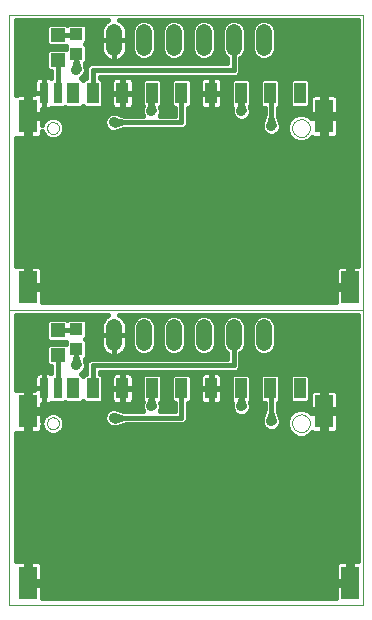
<source format=gtl>
G75*
G70*
%OFA0B0*%
%FSLAX24Y24*%
%IPPOS*%
%LPD*%
%AMOC8*
5,1,8,0,0,1.08239X$1,22.5*
%
%ADD10C,0.0000*%
%ADD11R,0.0591X0.1102*%
%ADD12R,0.0276X0.0709*%
%ADD13R,0.0394X0.0709*%
%ADD14C,0.0520*%
%ADD15R,0.0472X0.0472*%
%ADD16R,0.0433X0.0394*%
%ADD17C,0.0160*%
%ADD18C,0.0356*%
%ADD19C,0.0240*%
D10*
X000100Y007391D02*
X000100Y017233D01*
X000100Y027076D01*
X011911Y027076D01*
X011911Y017233D01*
X000100Y017233D01*
X011911Y017233D01*
X011911Y007391D01*
X000100Y007391D01*
X001375Y013456D02*
X001377Y013483D01*
X001383Y013510D01*
X001392Y013536D01*
X001405Y013560D01*
X001421Y013583D01*
X001440Y013602D01*
X001462Y013619D01*
X001486Y013633D01*
X001511Y013643D01*
X001538Y013650D01*
X001565Y013653D01*
X001593Y013652D01*
X001620Y013647D01*
X001646Y013639D01*
X001670Y013627D01*
X001693Y013611D01*
X001714Y013593D01*
X001731Y013572D01*
X001746Y013548D01*
X001757Y013523D01*
X001765Y013497D01*
X001769Y013470D01*
X001769Y013442D01*
X001765Y013415D01*
X001757Y013389D01*
X001746Y013364D01*
X001731Y013340D01*
X001714Y013319D01*
X001693Y013301D01*
X001671Y013285D01*
X001646Y013273D01*
X001620Y013265D01*
X001593Y013260D01*
X001565Y013259D01*
X001538Y013262D01*
X001511Y013269D01*
X001486Y013279D01*
X001462Y013293D01*
X001440Y013310D01*
X001421Y013329D01*
X001405Y013352D01*
X001392Y013376D01*
X001383Y013402D01*
X001377Y013429D01*
X001375Y013456D01*
X001375Y023298D02*
X001377Y023325D01*
X001383Y023352D01*
X001392Y023378D01*
X001405Y023402D01*
X001421Y023425D01*
X001440Y023444D01*
X001462Y023461D01*
X001486Y023475D01*
X001511Y023485D01*
X001538Y023492D01*
X001565Y023495D01*
X001593Y023494D01*
X001620Y023489D01*
X001646Y023481D01*
X001670Y023469D01*
X001693Y023453D01*
X001714Y023435D01*
X001731Y023414D01*
X001746Y023390D01*
X001757Y023365D01*
X001765Y023339D01*
X001769Y023312D01*
X001769Y023284D01*
X001765Y023257D01*
X001757Y023231D01*
X001746Y023206D01*
X001731Y023182D01*
X001714Y023161D01*
X001693Y023143D01*
X001671Y023127D01*
X001646Y023115D01*
X001620Y023107D01*
X001593Y023102D01*
X001565Y023101D01*
X001538Y023104D01*
X001511Y023111D01*
X001486Y023121D01*
X001462Y023135D01*
X001440Y023152D01*
X001421Y023171D01*
X001405Y023194D01*
X001392Y023218D01*
X001383Y023244D01*
X001377Y023271D01*
X001375Y023298D01*
X009545Y023298D02*
X009547Y023332D01*
X009553Y023366D01*
X009563Y023399D01*
X009576Y023430D01*
X009594Y023460D01*
X009614Y023488D01*
X009638Y023513D01*
X009664Y023535D01*
X009692Y023553D01*
X009723Y023569D01*
X009755Y023581D01*
X009789Y023589D01*
X009823Y023593D01*
X009857Y023593D01*
X009891Y023589D01*
X009925Y023581D01*
X009957Y023569D01*
X009987Y023553D01*
X010016Y023535D01*
X010042Y023513D01*
X010066Y023488D01*
X010086Y023460D01*
X010104Y023430D01*
X010117Y023399D01*
X010127Y023366D01*
X010133Y023332D01*
X010135Y023298D01*
X010133Y023264D01*
X010127Y023230D01*
X010117Y023197D01*
X010104Y023166D01*
X010086Y023136D01*
X010066Y023108D01*
X010042Y023083D01*
X010016Y023061D01*
X009988Y023043D01*
X009957Y023027D01*
X009925Y023015D01*
X009891Y023007D01*
X009857Y023003D01*
X009823Y023003D01*
X009789Y023007D01*
X009755Y023015D01*
X009723Y023027D01*
X009692Y023043D01*
X009664Y023061D01*
X009638Y023083D01*
X009614Y023108D01*
X009594Y023136D01*
X009576Y023166D01*
X009563Y023197D01*
X009553Y023230D01*
X009547Y023264D01*
X009545Y023298D01*
X009545Y013456D02*
X009547Y013490D01*
X009553Y013524D01*
X009563Y013557D01*
X009576Y013588D01*
X009594Y013618D01*
X009614Y013646D01*
X009638Y013671D01*
X009664Y013693D01*
X009692Y013711D01*
X009723Y013727D01*
X009755Y013739D01*
X009789Y013747D01*
X009823Y013751D01*
X009857Y013751D01*
X009891Y013747D01*
X009925Y013739D01*
X009957Y013727D01*
X009987Y013711D01*
X010016Y013693D01*
X010042Y013671D01*
X010066Y013646D01*
X010086Y013618D01*
X010104Y013588D01*
X010117Y013557D01*
X010127Y013524D01*
X010133Y013490D01*
X010135Y013456D01*
X010133Y013422D01*
X010127Y013388D01*
X010117Y013355D01*
X010104Y013324D01*
X010086Y013294D01*
X010066Y013266D01*
X010042Y013241D01*
X010016Y013219D01*
X009988Y013201D01*
X009957Y013185D01*
X009925Y013173D01*
X009891Y013165D01*
X009857Y013161D01*
X009823Y013161D01*
X009789Y013165D01*
X009755Y013173D01*
X009723Y013185D01*
X009692Y013201D01*
X009664Y013219D01*
X009638Y013241D01*
X009614Y013266D01*
X009594Y013294D01*
X009576Y013324D01*
X009563Y013355D01*
X009553Y013388D01*
X009547Y013422D01*
X009545Y013456D01*
D11*
X010608Y013849D03*
X011474Y017983D03*
X010608Y023692D03*
X011474Y008141D03*
X000726Y008141D03*
X000726Y013849D03*
X000726Y017983D03*
X000726Y023692D03*
D12*
X001269Y024460D03*
X001742Y024460D03*
X001742Y014617D03*
X001269Y014617D03*
D13*
X002254Y014617D03*
X002903Y014617D03*
X003887Y014617D03*
X004872Y014617D03*
X005852Y014617D03*
X006840Y014617D03*
X007824Y014617D03*
X008809Y014617D03*
X009793Y014617D03*
X009793Y024460D03*
X008809Y024460D03*
X007824Y024460D03*
X006840Y024460D03*
X005852Y024460D03*
X004872Y024460D03*
X003887Y024460D03*
X002903Y024460D03*
X002254Y024460D03*
D14*
X003600Y025973D02*
X003600Y026493D01*
X004600Y026493D02*
X004600Y025973D01*
X005600Y025973D02*
X005600Y026493D01*
X006600Y026493D02*
X006600Y025973D01*
X007600Y025973D02*
X007600Y026493D01*
X008600Y026493D02*
X008600Y025973D01*
X008600Y016651D02*
X008600Y016131D01*
X007600Y016131D02*
X007600Y016651D01*
X006600Y016651D02*
X006600Y016131D01*
X005600Y016131D02*
X005600Y016651D01*
X004600Y016651D02*
X004600Y016131D01*
X003600Y016131D02*
X003600Y016651D01*
D15*
X001725Y016554D03*
X001725Y015727D03*
X001725Y025570D03*
X001725Y026397D03*
D16*
X002350Y026443D03*
X002350Y025774D03*
X002350Y016600D03*
X002350Y015931D03*
D17*
X002350Y015745D01*
X002444Y015418D01*
X002350Y015391D01*
X002256Y015418D01*
X002350Y015745D01*
X002350Y015391D01*
X002507Y015111D02*
X002530Y015121D01*
X002620Y015211D01*
X002668Y015327D01*
X002668Y015368D01*
X002681Y015391D01*
X002681Y015391D01*
X002672Y015422D01*
X002668Y015436D01*
X002668Y015454D01*
X002651Y015496D01*
X002622Y015594D01*
X002625Y015594D01*
X002707Y015676D01*
X002707Y016186D01*
X002627Y016266D01*
X002707Y016346D01*
X002707Y016855D01*
X002625Y016937D01*
X002075Y016937D01*
X002044Y016906D01*
X002019Y016930D01*
X001431Y016930D01*
X001349Y016848D01*
X001349Y016260D01*
X001431Y016178D01*
X001993Y016178D01*
X001993Y016104D01*
X001431Y016104D01*
X001349Y016022D01*
X001349Y015433D01*
X001431Y015351D01*
X001505Y015351D01*
X001505Y015123D01*
X001477Y015139D01*
X001431Y015151D01*
X001269Y015151D01*
X001108Y015151D01*
X001062Y015139D01*
X001021Y015115D01*
X000987Y015082D01*
X000964Y015041D01*
X000951Y014995D01*
X000951Y014617D01*
X000951Y014581D01*
X000794Y014581D01*
X000794Y013917D01*
X001201Y013917D01*
X001201Y014083D01*
X001269Y014083D01*
X001269Y014617D01*
X000951Y014617D01*
X001269Y014617D01*
X001269Y014617D01*
X001269Y014617D01*
X001269Y015151D01*
X001269Y014617D01*
X001269Y014617D01*
X001269Y014083D01*
X001431Y014083D01*
X001477Y014095D01*
X001518Y014119D01*
X001534Y014135D01*
X001546Y014123D01*
X001938Y014123D01*
X001968Y014153D01*
X001999Y014123D01*
X002508Y014123D01*
X002578Y014193D01*
X002648Y014123D01*
X003158Y014123D01*
X003240Y014205D01*
X003240Y015029D01*
X003158Y015111D01*
X003123Y015111D01*
X003123Y015171D01*
X007691Y015171D01*
X007820Y015300D01*
X007820Y015789D01*
X007827Y015792D01*
X007939Y015904D01*
X008000Y016051D01*
X008000Y016730D01*
X007939Y016877D01*
X007827Y016990D01*
X007680Y017051D01*
X007520Y017051D01*
X007373Y016990D01*
X007261Y016877D01*
X007200Y016730D01*
X007200Y016051D01*
X007261Y015904D01*
X007373Y015792D01*
X007380Y015789D01*
X007380Y015611D01*
X002812Y015611D01*
X002683Y015482D01*
X002683Y015111D01*
X002648Y015111D01*
X002578Y015041D01*
X002508Y015111D01*
X002507Y015111D01*
X002566Y015157D02*
X002683Y015157D01*
X002683Y015316D02*
X002663Y015316D01*
X002681Y015391D02*
X002681Y015391D01*
X002683Y015474D02*
X002660Y015474D01*
X002663Y015633D02*
X007380Y015633D01*
X007374Y015791D02*
X006826Y015791D01*
X006827Y015792D02*
X006939Y015904D01*
X007000Y016051D01*
X007000Y016730D01*
X006939Y016877D01*
X006827Y016990D01*
X006680Y017051D01*
X006520Y017051D01*
X006373Y016990D01*
X006261Y016877D01*
X006200Y016730D01*
X006200Y016051D01*
X006261Y015904D01*
X006373Y015792D01*
X006520Y015731D01*
X006680Y015731D01*
X006827Y015792D01*
X006958Y015950D02*
X007242Y015950D01*
X007200Y016108D02*
X007000Y016108D01*
X007000Y016267D02*
X007200Y016267D01*
X007200Y016425D02*
X007000Y016425D01*
X007000Y016584D02*
X007200Y016584D01*
X007205Y016742D02*
X006995Y016742D01*
X006916Y016901D02*
X007284Y016901D01*
X007600Y016391D02*
X007600Y015391D01*
X002903Y015391D01*
X002903Y014617D01*
X003240Y014682D02*
X003511Y014682D01*
X003511Y014636D02*
X003869Y014636D01*
X003869Y015151D01*
X003667Y015151D01*
X003621Y015139D01*
X003580Y015115D01*
X003547Y015082D01*
X003523Y015041D01*
X003511Y014995D01*
X003511Y014636D01*
X003511Y014599D02*
X003511Y014239D01*
X003523Y014193D01*
X003547Y014152D01*
X003580Y014119D01*
X003621Y014095D01*
X003667Y014083D01*
X003869Y014083D01*
X003869Y014599D01*
X003511Y014599D01*
X003511Y014523D02*
X003240Y014523D01*
X003240Y014365D02*
X003511Y014365D01*
X003519Y014206D02*
X003240Y014206D01*
X003420Y013910D02*
X003330Y013821D01*
X003282Y013704D01*
X003282Y013577D01*
X003330Y013461D01*
X003420Y013371D01*
X003537Y013323D01*
X003577Y013323D01*
X003601Y013310D01*
X003604Y013311D01*
X003645Y013323D01*
X003663Y013323D01*
X003705Y013340D01*
X003954Y013412D01*
X003981Y013404D01*
X004011Y013421D01*
X005941Y013421D01*
X006070Y013550D01*
X006070Y014123D01*
X006107Y014123D01*
X006189Y014205D01*
X006189Y015029D01*
X006107Y015111D01*
X005597Y015111D01*
X005515Y015029D01*
X005515Y014205D01*
X005597Y014123D01*
X005630Y014123D01*
X005630Y013861D01*
X005130Y013861D01*
X005168Y013952D01*
X005168Y013993D01*
X005181Y014016D01*
X005181Y014016D01*
X005168Y014061D01*
X005168Y014079D01*
X005151Y014121D01*
X005145Y014141D01*
X005209Y014205D01*
X005209Y015029D01*
X005126Y015111D01*
X004617Y015111D01*
X004535Y015029D01*
X004535Y014205D01*
X004565Y014175D01*
X004549Y014121D01*
X004532Y014079D01*
X004532Y014061D01*
X004520Y014020D01*
X004519Y014016D01*
X004532Y013993D01*
X004532Y013952D01*
X004570Y013861D01*
X004011Y013861D01*
X003981Y013877D01*
X003954Y013870D01*
X003705Y013941D01*
X003663Y013959D01*
X003645Y013959D01*
X003601Y013972D01*
X003601Y013972D01*
X003601Y013972D01*
X003577Y013959D01*
X003537Y013959D01*
X003420Y013910D01*
X003399Y013889D02*
X000794Y013889D01*
X000794Y013917D02*
X000794Y013782D01*
X001201Y013782D01*
X001201Y013544D01*
X001253Y013669D01*
X001359Y013775D01*
X001497Y013833D01*
X001647Y013833D01*
X001786Y013775D01*
X001892Y013669D01*
X001949Y013531D01*
X001949Y013381D01*
X001892Y013242D01*
X001786Y013136D01*
X001647Y013079D01*
X001497Y013079D01*
X001359Y013136D01*
X001253Y013242D01*
X001201Y013367D01*
X001201Y013275D01*
X001189Y013229D01*
X001165Y013188D01*
X001132Y013154D01*
X001091Y013130D01*
X001045Y013118D01*
X000794Y013118D01*
X000794Y013782D01*
X000658Y013782D01*
X000658Y013118D01*
X000407Y013118D01*
X000361Y013130D01*
X000350Y013137D01*
X000350Y008853D01*
X000361Y008860D01*
X000407Y008872D01*
X000658Y008872D01*
X000658Y008208D01*
X000794Y008208D01*
X001201Y008208D01*
X001201Y008716D01*
X001189Y008761D01*
X001165Y008802D01*
X001132Y008836D01*
X001091Y008860D01*
X001045Y008872D01*
X000794Y008872D01*
X000794Y008208D01*
X000794Y008073D01*
X001201Y008073D01*
X001201Y007641D01*
X010999Y007641D01*
X010999Y008073D01*
X011406Y008073D01*
X011406Y008208D01*
X010999Y008208D01*
X010999Y008716D01*
X011011Y008761D01*
X011035Y008802D01*
X011068Y008836D01*
X011109Y008860D01*
X011155Y008872D01*
X011406Y008872D01*
X011406Y008208D01*
X011542Y008208D01*
X011542Y008872D01*
X011731Y008872D01*
X011731Y017053D01*
X003779Y017053D01*
X003831Y017027D01*
X003887Y016986D01*
X003936Y016937D01*
X003976Y016881D01*
X004008Y016820D01*
X004029Y016754D01*
X004040Y016685D01*
X004040Y016391D01*
X003600Y016391D01*
X003600Y016391D01*
X003160Y016391D01*
X003160Y016685D01*
X003171Y016754D01*
X003192Y016820D01*
X003224Y016881D01*
X003264Y016937D01*
X003313Y016986D01*
X003369Y017027D01*
X003421Y017053D01*
X000350Y017053D01*
X000350Y014562D01*
X000361Y014568D01*
X000407Y014581D01*
X000658Y014581D01*
X000658Y013917D01*
X000794Y013917D01*
X000794Y014048D02*
X000658Y014048D01*
X000658Y014206D02*
X000794Y014206D01*
X000794Y014365D02*
X000658Y014365D01*
X000658Y014523D02*
X000794Y014523D01*
X000951Y014682D02*
X000350Y014682D01*
X000350Y014840D02*
X000951Y014840D01*
X000952Y014999D02*
X000350Y014999D01*
X000350Y015157D02*
X001505Y015157D01*
X001505Y015316D02*
X000350Y015316D01*
X000350Y015474D02*
X001349Y015474D01*
X001349Y015633D02*
X000350Y015633D01*
X000350Y015791D02*
X001349Y015791D01*
X001349Y015950D02*
X000350Y015950D01*
X000350Y016108D02*
X001993Y016108D01*
X001725Y015727D02*
X001725Y014617D01*
X001742Y014617D01*
X001830Y013731D02*
X003293Y013731D01*
X003284Y013572D02*
X001932Y013572D01*
X001949Y013414D02*
X003377Y013414D01*
X003627Y013546D02*
X003600Y013641D01*
X003627Y013735D01*
X003954Y013641D01*
X003627Y013546D01*
X003600Y013641D02*
X003954Y013641D01*
X005850Y013641D01*
X005850Y014617D01*
X005852Y014617D01*
X006070Y014048D02*
X007528Y014048D01*
X007532Y014061D02*
X007520Y014020D01*
X007519Y014016D01*
X007532Y013993D01*
X007532Y013952D01*
X007580Y013836D01*
X007670Y013746D01*
X007787Y013698D01*
X007913Y013698D01*
X008030Y013746D01*
X008120Y013836D01*
X008168Y013952D01*
X008168Y013993D01*
X008181Y014016D01*
X008181Y014016D01*
X008168Y014061D01*
X008168Y014079D01*
X008151Y014121D01*
X008134Y014178D01*
X008161Y014205D01*
X008161Y015029D01*
X008079Y015111D01*
X007570Y015111D01*
X007488Y015029D01*
X007488Y014205D01*
X007554Y014138D01*
X007549Y014121D01*
X007532Y014079D01*
X007532Y014061D01*
X007488Y014206D02*
X007208Y014206D01*
X007205Y014193D02*
X007217Y014239D01*
X007217Y014599D01*
X006859Y014599D01*
X006859Y014636D01*
X006822Y014636D01*
X006822Y015151D01*
X006620Y015151D01*
X006574Y015139D01*
X006533Y015115D01*
X006499Y015082D01*
X006476Y015041D01*
X006463Y014995D01*
X006463Y014636D01*
X006822Y014636D01*
X006822Y014599D01*
X006463Y014599D01*
X006463Y014239D01*
X006476Y014193D01*
X006499Y014152D01*
X006533Y014119D01*
X006574Y014095D01*
X006620Y014083D01*
X006822Y014083D01*
X006822Y014599D01*
X006859Y014599D01*
X006859Y014083D01*
X007061Y014083D01*
X007106Y014095D01*
X007148Y014119D01*
X007181Y014152D01*
X007205Y014193D01*
X007217Y014365D02*
X007488Y014365D01*
X007488Y014523D02*
X007217Y014523D01*
X007217Y014636D02*
X007217Y014995D01*
X007205Y015041D01*
X007181Y015082D01*
X007148Y015115D01*
X007106Y015139D01*
X007061Y015151D01*
X006859Y015151D01*
X006859Y014636D01*
X007217Y014636D01*
X007217Y014682D02*
X007488Y014682D01*
X007488Y014840D02*
X007217Y014840D01*
X007216Y014999D02*
X007488Y014999D01*
X007820Y015316D02*
X011731Y015316D01*
X011731Y015474D02*
X007820Y015474D01*
X007820Y015633D02*
X011731Y015633D01*
X011731Y015791D02*
X008826Y015791D01*
X008827Y015792D02*
X008939Y015904D01*
X009000Y016051D01*
X009000Y016730D01*
X008939Y016877D01*
X008827Y016990D01*
X008680Y017051D01*
X008520Y017051D01*
X008373Y016990D01*
X008261Y016877D01*
X008200Y016730D01*
X008200Y016051D01*
X008261Y015904D01*
X008373Y015792D01*
X008520Y015731D01*
X008680Y015731D01*
X008827Y015792D01*
X008958Y015950D02*
X011731Y015950D01*
X011731Y016108D02*
X009000Y016108D01*
X009000Y016267D02*
X011731Y016267D01*
X011731Y016425D02*
X009000Y016425D01*
X009000Y016584D02*
X011731Y016584D01*
X011731Y016742D02*
X008995Y016742D01*
X008916Y016901D02*
X011731Y016901D01*
X011406Y017916D02*
X010999Y017916D01*
X010999Y017483D01*
X001201Y017483D01*
X001201Y017916D01*
X000794Y017916D01*
X000794Y018051D01*
X001201Y018051D01*
X001201Y018558D01*
X001189Y018604D01*
X001165Y018645D01*
X001132Y018678D01*
X001091Y018702D01*
X001045Y018714D01*
X000794Y018714D01*
X000794Y018051D01*
X000658Y018051D01*
X000658Y018714D01*
X000407Y018714D01*
X000361Y018702D01*
X000350Y018696D01*
X000350Y022979D01*
X000361Y022973D01*
X000407Y022961D01*
X000658Y022961D01*
X000658Y023624D01*
X000794Y023624D01*
X000794Y023760D01*
X000658Y023760D01*
X000658Y024423D01*
X000407Y024423D01*
X000361Y024411D01*
X000350Y024404D01*
X000350Y026896D01*
X003421Y026896D01*
X003369Y026870D01*
X003313Y026829D01*
X003264Y026780D01*
X003224Y026724D01*
X003192Y026662D01*
X003171Y026596D01*
X003160Y026528D01*
X003160Y026233D01*
X003160Y025939D01*
X003171Y025870D01*
X003192Y025804D01*
X003224Y025743D01*
X003264Y025687D01*
X003313Y025638D01*
X003369Y025597D01*
X003431Y025566D01*
X003497Y025544D01*
X003565Y025533D01*
X003600Y025533D01*
X003635Y025533D01*
X003703Y025544D01*
X003769Y025566D01*
X003831Y025597D01*
X003887Y025638D01*
X003936Y025687D01*
X003976Y025743D01*
X004008Y025804D01*
X004029Y025870D01*
X004040Y025939D01*
X004040Y026233D01*
X003600Y026233D01*
X003600Y025533D01*
X003600Y026233D01*
X003600Y026233D01*
X003160Y026233D01*
X003600Y026233D01*
X003600Y026233D01*
X003600Y026233D01*
X004040Y026233D01*
X004040Y026528D01*
X004029Y026596D01*
X004008Y026662D01*
X003976Y026724D01*
X003936Y026780D01*
X003887Y026829D01*
X003831Y026870D01*
X003779Y026896D01*
X011731Y026896D01*
X011731Y018714D01*
X011542Y018714D01*
X011542Y018051D01*
X011406Y018051D01*
X011406Y017916D01*
X011406Y018010D02*
X000794Y018010D01*
X000794Y018169D02*
X000658Y018169D01*
X000658Y018327D02*
X000794Y018327D01*
X000794Y018486D02*
X000658Y018486D01*
X000658Y018644D02*
X000794Y018644D01*
X001166Y018644D02*
X011034Y018644D01*
X011035Y018645D02*
X011011Y018604D01*
X010999Y018558D01*
X010999Y018051D01*
X011406Y018051D01*
X011406Y018714D01*
X011155Y018714D01*
X011109Y018702D01*
X011068Y018678D01*
X011035Y018645D01*
X010999Y018486D02*
X001201Y018486D01*
X001201Y018327D02*
X010999Y018327D01*
X010999Y018169D02*
X001201Y018169D01*
X001201Y017852D02*
X010999Y017852D01*
X010999Y017693D02*
X001201Y017693D01*
X001201Y017535D02*
X010999Y017535D01*
X011406Y018169D02*
X011542Y018169D01*
X011542Y018327D02*
X011406Y018327D01*
X011406Y018486D02*
X011542Y018486D01*
X011542Y018644D02*
X011406Y018644D01*
X011731Y018803D02*
X000350Y018803D01*
X000350Y018961D02*
X011731Y018961D01*
X011731Y019120D02*
X000350Y019120D01*
X000350Y019278D02*
X011731Y019278D01*
X011731Y019437D02*
X000350Y019437D01*
X000350Y019595D02*
X011731Y019595D01*
X011731Y019754D02*
X000350Y019754D01*
X000350Y019912D02*
X011731Y019912D01*
X011731Y020071D02*
X000350Y020071D01*
X000350Y020229D02*
X011731Y020229D01*
X011731Y020388D02*
X000350Y020388D01*
X000350Y020546D02*
X011731Y020546D01*
X011731Y020705D02*
X000350Y020705D01*
X000350Y020863D02*
X011731Y020863D01*
X011731Y021022D02*
X000350Y021022D01*
X000350Y021180D02*
X011731Y021180D01*
X011731Y021339D02*
X000350Y021339D01*
X000350Y021497D02*
X011731Y021497D01*
X011731Y021656D02*
X000350Y021656D01*
X000350Y021814D02*
X011731Y021814D01*
X011731Y021973D02*
X000350Y021973D01*
X000350Y022131D02*
X011731Y022131D01*
X011731Y022290D02*
X000350Y022290D01*
X000350Y022448D02*
X011731Y022448D01*
X011731Y022607D02*
X000350Y022607D01*
X000350Y022765D02*
X011731Y022765D01*
X011731Y022924D02*
X010138Y022924D01*
X010109Y022895D02*
X010208Y022994D01*
X010243Y022973D01*
X010289Y022961D01*
X010540Y022961D01*
X010540Y023624D01*
X010676Y023624D01*
X010676Y023760D01*
X010540Y023760D01*
X010540Y024423D01*
X010289Y024423D01*
X010243Y024411D01*
X010202Y024387D01*
X010169Y024354D01*
X010145Y024313D01*
X010133Y024267D01*
X010133Y023760D01*
X010540Y023760D01*
X010540Y023624D01*
X010186Y023624D01*
X010109Y023701D01*
X009935Y023774D01*
X009746Y023774D01*
X009571Y023701D01*
X009437Y023567D01*
X009365Y023393D01*
X009365Y023204D01*
X009437Y023029D01*
X009571Y022895D01*
X009746Y022823D01*
X009935Y022823D01*
X010109Y022895D01*
X010540Y023082D02*
X010676Y023082D01*
X010676Y022961D02*
X010927Y022961D01*
X010973Y022973D01*
X011014Y022997D01*
X011047Y023030D01*
X011071Y023071D01*
X011083Y023117D01*
X011083Y023624D01*
X010676Y023624D01*
X010676Y022961D01*
X010676Y023241D02*
X010540Y023241D01*
X010540Y023399D02*
X010676Y023399D01*
X010676Y023558D02*
X010540Y023558D01*
X010540Y023716D02*
X010073Y023716D01*
X010133Y023875D02*
X009070Y023875D01*
X009070Y023972D02*
X009146Y024047D01*
X009146Y024872D01*
X009064Y024954D01*
X008554Y024954D01*
X008472Y024872D01*
X008472Y024047D01*
X008554Y023965D01*
X008630Y023965D01*
X008630Y023769D01*
X008613Y023739D01*
X008621Y023713D01*
X008549Y023463D01*
X008532Y023422D01*
X008532Y023403D01*
X008520Y023362D01*
X008519Y023359D01*
X008532Y023336D01*
X008532Y023295D01*
X008580Y023178D01*
X008670Y023089D01*
X008787Y023040D01*
X008913Y023040D01*
X009030Y023089D01*
X009120Y023178D01*
X009168Y023295D01*
X009168Y023336D01*
X009181Y023359D01*
X009168Y023403D01*
X009168Y023422D01*
X009151Y023464D01*
X009079Y023713D01*
X009087Y023739D01*
X009070Y023769D01*
X009070Y023972D01*
X009131Y024033D02*
X009470Y024033D01*
X009456Y024047D02*
X009538Y023965D01*
X010048Y023965D01*
X010130Y024047D01*
X010130Y024872D01*
X010048Y024954D01*
X009538Y024954D01*
X009456Y024872D01*
X009456Y024047D01*
X009456Y024192D02*
X009146Y024192D01*
X009146Y024350D02*
X009456Y024350D01*
X009456Y024509D02*
X009146Y024509D01*
X009146Y024667D02*
X009456Y024667D01*
X009456Y024826D02*
X009146Y024826D01*
X008850Y024460D02*
X008850Y023713D01*
X008944Y023385D01*
X008850Y023358D01*
X008756Y023385D01*
X008850Y023713D01*
X008850Y023358D01*
X009015Y023082D02*
X009415Y023082D01*
X009365Y023241D02*
X009146Y023241D01*
X009181Y023359D02*
X009181Y023359D01*
X009181Y023359D01*
X009169Y023399D02*
X009368Y023399D01*
X009433Y023558D02*
X009124Y023558D01*
X009080Y023716D02*
X009607Y023716D01*
X009542Y022924D02*
X001653Y022924D01*
X001647Y022921D02*
X001786Y022979D01*
X001892Y023085D01*
X001949Y023223D01*
X001949Y023373D01*
X001892Y023512D01*
X001786Y023618D01*
X001647Y023675D01*
X001497Y023675D01*
X001359Y023618D01*
X001253Y023512D01*
X001201Y023387D01*
X001201Y023624D01*
X000794Y023624D01*
X000794Y022961D01*
X001045Y022961D01*
X001091Y022973D01*
X001132Y022997D01*
X001165Y023030D01*
X001189Y023071D01*
X001201Y023117D01*
X001201Y023210D01*
X001253Y023085D01*
X001359Y022979D01*
X001497Y022921D01*
X001647Y022921D01*
X001492Y022924D02*
X000350Y022924D01*
X000658Y023082D02*
X000794Y023082D01*
X000794Y023241D02*
X000658Y023241D01*
X000658Y023399D02*
X000794Y023399D01*
X000794Y023558D02*
X000658Y023558D01*
X000794Y023716D02*
X003383Y023716D01*
X003420Y023753D02*
X003330Y023663D01*
X003282Y023547D01*
X003282Y023420D01*
X003330Y023303D01*
X003420Y023214D01*
X003537Y023165D01*
X003577Y023165D01*
X003601Y023152D01*
X003604Y023153D01*
X003645Y023165D01*
X003663Y023165D01*
X003705Y023183D01*
X003954Y023254D01*
X003981Y023247D01*
X004011Y023263D01*
X005941Y023263D01*
X006070Y023392D01*
X006070Y023965D01*
X006107Y023965D01*
X006189Y024047D01*
X006189Y024872D01*
X006107Y024954D01*
X005597Y024954D01*
X005515Y024872D01*
X005515Y024047D01*
X005597Y023965D01*
X005630Y023965D01*
X005630Y023703D01*
X005130Y023703D01*
X005168Y023795D01*
X005168Y023836D01*
X005181Y023859D01*
X005168Y023903D01*
X005168Y023922D01*
X005151Y023964D01*
X005145Y023984D01*
X005209Y024047D01*
X005209Y024872D01*
X005126Y024954D01*
X004617Y024954D01*
X004535Y024872D01*
X004535Y024047D01*
X004565Y024017D01*
X004549Y023963D01*
X004532Y023922D01*
X004532Y023903D01*
X004519Y023859D01*
X004532Y023836D01*
X004532Y023795D01*
X004570Y023703D01*
X004011Y023703D01*
X003981Y023720D01*
X003954Y023712D01*
X003705Y023784D01*
X003663Y023801D01*
X003645Y023801D01*
X003601Y023814D01*
X003601Y023814D01*
X003601Y023814D01*
X003577Y023801D01*
X003537Y023801D01*
X003420Y023753D01*
X003287Y023558D02*
X001846Y023558D01*
X001938Y023399D02*
X003290Y023399D01*
X003393Y023241D02*
X001949Y023241D01*
X001889Y023082D02*
X008685Y023082D01*
X008554Y023241D02*
X003907Y023241D01*
X003954Y023483D02*
X003627Y023389D01*
X003600Y023483D01*
X003627Y023578D01*
X003954Y023483D01*
X003600Y023483D01*
X003667Y023925D02*
X003869Y023925D01*
X003869Y024441D01*
X003906Y024441D01*
X003906Y023925D01*
X004108Y023925D01*
X004154Y023938D01*
X004195Y023961D01*
X004228Y023995D01*
X004252Y024036D01*
X004264Y024082D01*
X004264Y024441D01*
X003906Y024441D01*
X003906Y024478D01*
X004264Y024478D01*
X004264Y024838D01*
X004252Y024883D01*
X004228Y024924D01*
X004195Y024958D01*
X004154Y024982D01*
X004108Y024994D01*
X003906Y024994D01*
X003906Y024478D01*
X003869Y024478D01*
X003869Y024441D01*
X003511Y024441D01*
X003511Y024082D01*
X003523Y024036D01*
X003547Y023995D01*
X003580Y023961D01*
X003621Y023938D01*
X003667Y023925D01*
X003524Y024033D02*
X003226Y024033D01*
X003240Y024047D02*
X003240Y024872D01*
X003158Y024954D01*
X003123Y024954D01*
X003123Y025013D01*
X007691Y025013D01*
X007820Y025142D01*
X007820Y025631D01*
X007827Y025634D01*
X007939Y025747D01*
X008000Y025894D01*
X008000Y026573D01*
X007939Y026720D01*
X007827Y026832D01*
X007680Y026893D01*
X007520Y026893D01*
X007373Y026832D01*
X007261Y026720D01*
X007200Y026573D01*
X007200Y025894D01*
X007261Y025747D01*
X007373Y025634D01*
X007380Y025631D01*
X007380Y025453D01*
X002812Y025453D01*
X002683Y025324D01*
X002683Y024954D01*
X002648Y024954D01*
X002578Y024884D01*
X002508Y024954D01*
X002507Y024954D01*
X002530Y024964D01*
X002620Y025053D01*
X002668Y025170D01*
X002668Y025211D01*
X002681Y025234D01*
X002668Y025278D01*
X002668Y025297D01*
X002651Y025339D01*
X002622Y025437D01*
X002625Y025437D01*
X002707Y025519D01*
X002707Y026028D01*
X002627Y026108D01*
X002707Y026188D01*
X002707Y026698D01*
X002625Y026780D01*
X002075Y026780D01*
X002044Y026748D01*
X002019Y026773D01*
X001431Y026773D01*
X001349Y026691D01*
X001349Y026102D01*
X001431Y026020D01*
X001993Y026020D01*
X001993Y025946D01*
X001431Y025946D01*
X001349Y025864D01*
X001349Y025276D01*
X001431Y025194D01*
X001505Y025194D01*
X001505Y024965D01*
X001477Y024982D01*
X001431Y024994D01*
X001269Y024994D01*
X001108Y024994D01*
X001062Y024982D01*
X001021Y024958D01*
X000987Y024924D01*
X000964Y024883D01*
X000951Y024838D01*
X000951Y024460D01*
X001269Y024460D01*
X001269Y024994D01*
X001269Y024460D01*
X001269Y024460D01*
X001269Y024460D01*
X000951Y024460D01*
X000951Y024423D01*
X000794Y024423D01*
X000794Y023760D01*
X001201Y023760D01*
X001201Y023925D01*
X001269Y023925D01*
X001269Y024460D01*
X001269Y024460D01*
X001269Y023925D01*
X001431Y023925D01*
X001477Y023938D01*
X001518Y023961D01*
X001534Y023977D01*
X001546Y023965D01*
X001938Y023965D01*
X001968Y023996D01*
X001999Y023965D01*
X002508Y023965D01*
X002578Y024035D01*
X002648Y023965D01*
X003158Y023965D01*
X003240Y024047D01*
X003240Y024192D02*
X003511Y024192D01*
X003511Y024350D02*
X003240Y024350D01*
X003240Y024509D02*
X003511Y024509D01*
X003511Y024478D02*
X003869Y024478D01*
X003869Y024994D01*
X003667Y024994D01*
X003621Y024982D01*
X003580Y024958D01*
X003547Y024924D01*
X003523Y024883D01*
X003511Y024838D01*
X003511Y024478D01*
X003511Y024667D02*
X003240Y024667D01*
X003240Y024826D02*
X003511Y024826D01*
X003631Y024984D02*
X003123Y024984D01*
X002903Y025233D02*
X007600Y025233D01*
X007600Y026233D01*
X007931Y026728D02*
X008269Y026728D01*
X008261Y026720D02*
X008200Y026573D01*
X008200Y025894D01*
X008261Y025747D01*
X008373Y025634D01*
X008520Y025573D01*
X008680Y025573D01*
X008827Y025634D01*
X008939Y025747D01*
X009000Y025894D01*
X009000Y026573D01*
X008939Y026720D01*
X008827Y026832D01*
X008680Y026893D01*
X008520Y026893D01*
X008373Y026832D01*
X008261Y026720D01*
X008200Y026569D02*
X008000Y026569D01*
X008000Y026411D02*
X008200Y026411D01*
X008200Y026252D02*
X008000Y026252D01*
X008000Y026094D02*
X008200Y026094D01*
X008200Y025935D02*
X008000Y025935D01*
X007952Y025777D02*
X008248Y025777D01*
X008412Y025618D02*
X007820Y025618D01*
X007820Y025460D02*
X011731Y025460D01*
X011731Y025618D02*
X008788Y025618D01*
X008952Y025777D02*
X011731Y025777D01*
X011731Y025935D02*
X009000Y025935D01*
X009000Y026094D02*
X011731Y026094D01*
X011731Y026252D02*
X009000Y026252D01*
X009000Y026411D02*
X011731Y026411D01*
X011731Y026569D02*
X009000Y026569D01*
X008931Y026728D02*
X011731Y026728D01*
X011731Y026886D02*
X008696Y026886D01*
X008504Y026886D02*
X007696Y026886D01*
X007504Y026886D02*
X006696Y026886D01*
X006680Y026893D02*
X006520Y026893D01*
X006373Y026832D01*
X006261Y026720D01*
X006200Y026573D01*
X006200Y025894D01*
X006261Y025747D01*
X006373Y025634D01*
X006520Y025573D01*
X006680Y025573D01*
X006827Y025634D01*
X006939Y025747D01*
X007000Y025894D01*
X007000Y026573D01*
X006939Y026720D01*
X006827Y026832D01*
X006680Y026893D01*
X006504Y026886D02*
X005696Y026886D01*
X005680Y026893D02*
X005520Y026893D01*
X005373Y026832D01*
X005261Y026720D01*
X005200Y026573D01*
X005200Y025894D01*
X005261Y025747D01*
X005373Y025634D01*
X005520Y025573D01*
X005680Y025573D01*
X005827Y025634D01*
X005939Y025747D01*
X006000Y025894D01*
X006000Y026573D01*
X005939Y026720D01*
X005827Y026832D01*
X005680Y026893D01*
X005504Y026886D02*
X004696Y026886D01*
X004680Y026893D02*
X004520Y026893D01*
X004373Y026832D01*
X004261Y026720D01*
X004200Y026573D01*
X004200Y025894D01*
X004261Y025747D01*
X004373Y025634D01*
X004520Y025573D01*
X004680Y025573D01*
X004827Y025634D01*
X004939Y025747D01*
X005000Y025894D01*
X005000Y026573D01*
X004939Y026720D01*
X004827Y026832D01*
X004680Y026893D01*
X004504Y026886D02*
X003798Y026886D01*
X003973Y026728D02*
X004269Y026728D01*
X004200Y026569D02*
X004033Y026569D01*
X004040Y026411D02*
X004200Y026411D01*
X004200Y026252D02*
X004040Y026252D01*
X004040Y026094D02*
X004200Y026094D01*
X004200Y025935D02*
X004039Y025935D01*
X003994Y025777D02*
X004248Y025777D01*
X004412Y025618D02*
X003860Y025618D01*
X003869Y024984D02*
X003906Y024984D01*
X003906Y024826D02*
X003869Y024826D01*
X003869Y024667D02*
X003906Y024667D01*
X003906Y024509D02*
X003869Y024509D01*
X003869Y024350D02*
X003906Y024350D01*
X003906Y024192D02*
X003869Y024192D01*
X003869Y024033D02*
X003906Y024033D01*
X003940Y023716D02*
X003968Y023716D01*
X003988Y023716D02*
X004564Y023716D01*
X004524Y023875D02*
X001201Y023875D01*
X001269Y024033D02*
X001269Y024033D01*
X001269Y024192D02*
X001269Y024192D01*
X001269Y024350D02*
X001269Y024350D01*
X001269Y024509D02*
X001269Y024509D01*
X001269Y024667D02*
X001269Y024667D01*
X001269Y024826D02*
X001269Y024826D01*
X001269Y024984D02*
X001269Y024984D01*
X001349Y025301D02*
X000350Y025301D01*
X000350Y025143D02*
X001505Y025143D01*
X001505Y024984D02*
X001467Y024984D01*
X001349Y025460D02*
X000350Y025460D01*
X000350Y025618D02*
X001349Y025618D01*
X001349Y025777D02*
X000350Y025777D01*
X000350Y025935D02*
X001420Y025935D01*
X001357Y026094D02*
X000350Y026094D01*
X000350Y026252D02*
X001349Y026252D01*
X001349Y026411D02*
X000350Y026411D01*
X000350Y026569D02*
X001349Y026569D01*
X001386Y026728D02*
X000350Y026728D01*
X000350Y026886D02*
X003402Y026886D01*
X003227Y026728D02*
X002677Y026728D01*
X002707Y026569D02*
X003167Y026569D01*
X003160Y026411D02*
X002707Y026411D01*
X002707Y026252D02*
X003160Y026252D01*
X003160Y026094D02*
X002641Y026094D01*
X002707Y025935D02*
X003161Y025935D01*
X003206Y025777D02*
X002707Y025777D01*
X002707Y025618D02*
X003340Y025618D01*
X003600Y025618D02*
X003600Y025618D01*
X003600Y025777D02*
X003600Y025777D01*
X003600Y025935D02*
X003600Y025935D01*
X003600Y026094D02*
X003600Y026094D01*
X002903Y025233D02*
X002903Y024460D01*
X002683Y024984D02*
X002551Y024984D01*
X002657Y025143D02*
X002683Y025143D01*
X002681Y025234D02*
X002681Y025234D01*
X002681Y025234D01*
X002683Y025301D02*
X002666Y025301D01*
X002648Y025460D02*
X007380Y025460D01*
X007380Y025618D02*
X006788Y025618D01*
X006952Y025777D02*
X007248Y025777D01*
X007200Y025935D02*
X007000Y025935D01*
X007000Y026094D02*
X007200Y026094D01*
X007200Y026252D02*
X007000Y026252D01*
X007000Y026411D02*
X007200Y026411D01*
X007200Y026569D02*
X007000Y026569D01*
X006931Y026728D02*
X007269Y026728D01*
X007820Y025301D02*
X011731Y025301D01*
X011731Y025143D02*
X007820Y025143D01*
X007570Y024954D02*
X008079Y024954D01*
X008161Y024872D01*
X008161Y024047D01*
X008134Y024020D01*
X008151Y023964D01*
X008168Y023922D01*
X008168Y023903D01*
X008181Y023859D01*
X008181Y023859D01*
X008181Y023859D01*
X008168Y023836D01*
X008168Y023795D01*
X008120Y023678D01*
X008030Y023589D01*
X007913Y023540D01*
X007787Y023540D01*
X007670Y023589D01*
X007580Y023678D01*
X007532Y023795D01*
X007532Y023836D01*
X007519Y023859D01*
X007520Y023862D01*
X007532Y023903D01*
X007532Y023922D01*
X007549Y023963D01*
X007554Y023981D01*
X007488Y024047D01*
X007488Y024872D01*
X007570Y024954D01*
X007488Y024826D02*
X007217Y024826D01*
X007217Y024838D02*
X007205Y024883D01*
X007181Y024924D01*
X007148Y024958D01*
X007106Y024982D01*
X007061Y024994D01*
X006859Y024994D01*
X006859Y024478D01*
X007217Y024478D01*
X007217Y024838D01*
X007217Y024667D02*
X007488Y024667D01*
X007488Y024509D02*
X007217Y024509D01*
X007217Y024441D02*
X007217Y024082D01*
X007205Y024036D01*
X007181Y023995D01*
X007148Y023961D01*
X007106Y023938D01*
X007061Y023925D01*
X006859Y023925D01*
X006859Y024441D01*
X006859Y024478D01*
X006822Y024478D01*
X006822Y024994D01*
X006620Y024994D01*
X006574Y024982D01*
X006533Y024958D01*
X006499Y024924D01*
X006476Y024883D01*
X006463Y024838D01*
X006463Y024478D01*
X006822Y024478D01*
X006822Y024441D01*
X006859Y024441D01*
X007217Y024441D01*
X007217Y024350D02*
X007488Y024350D01*
X007488Y024192D02*
X007217Y024192D01*
X007203Y024033D02*
X007502Y024033D01*
X007524Y023875D02*
X006070Y023875D01*
X006070Y023716D02*
X007564Y023716D01*
X007744Y023558D02*
X006070Y023558D01*
X006070Y023399D02*
X008531Y023399D01*
X008576Y023558D02*
X007956Y023558D01*
X008136Y023716D02*
X008620Y023716D01*
X008630Y023875D02*
X008176Y023875D01*
X008147Y024033D02*
X008486Y024033D01*
X008472Y024192D02*
X008161Y024192D01*
X008161Y024350D02*
X008472Y024350D01*
X008472Y024509D02*
X008161Y024509D01*
X008161Y024667D02*
X008472Y024667D01*
X008472Y024826D02*
X008161Y024826D01*
X007850Y024460D02*
X007850Y024213D01*
X007944Y023885D01*
X007850Y023858D01*
X007756Y023885D01*
X007850Y024213D01*
X007850Y023858D01*
X007097Y024984D02*
X011731Y024984D01*
X011731Y024826D02*
X010130Y024826D01*
X010130Y024667D02*
X011731Y024667D01*
X011731Y024509D02*
X010130Y024509D01*
X010130Y024350D02*
X010167Y024350D01*
X010133Y024192D02*
X010130Y024192D01*
X010116Y024033D02*
X010133Y024033D01*
X010540Y024033D02*
X010676Y024033D01*
X010676Y023875D02*
X010540Y023875D01*
X010676Y023760D02*
X010676Y024423D01*
X010927Y024423D01*
X010973Y024411D01*
X011014Y024387D01*
X011047Y024354D01*
X011071Y024313D01*
X011083Y024267D01*
X011083Y023760D01*
X010676Y023760D01*
X010676Y023716D02*
X011731Y023716D01*
X011731Y023558D02*
X011083Y023558D01*
X011083Y023399D02*
X011731Y023399D01*
X011731Y023241D02*
X011083Y023241D01*
X011074Y023082D02*
X011731Y023082D01*
X011731Y023875D02*
X011083Y023875D01*
X011083Y024033D02*
X011731Y024033D01*
X011731Y024192D02*
X011083Y024192D01*
X011049Y024350D02*
X011731Y024350D01*
X010676Y024350D02*
X010540Y024350D01*
X010540Y024192D02*
X010676Y024192D01*
X008284Y016901D02*
X007916Y016901D01*
X007995Y016742D02*
X008205Y016742D01*
X008200Y016584D02*
X008000Y016584D01*
X008000Y016425D02*
X008200Y016425D01*
X008200Y016267D02*
X008000Y016267D01*
X008000Y016108D02*
X008200Y016108D01*
X008242Y015950D02*
X007958Y015950D01*
X007826Y015791D02*
X008374Y015791D01*
X008554Y015111D02*
X008472Y015029D01*
X008472Y014205D01*
X008554Y014123D01*
X008630Y014123D01*
X008630Y013927D01*
X008613Y013897D01*
X008621Y013870D01*
X008549Y013621D01*
X008532Y013579D01*
X008532Y013561D01*
X008520Y013520D01*
X008519Y013516D01*
X008532Y013493D01*
X008532Y013452D01*
X008580Y013336D01*
X008670Y013246D01*
X008787Y013198D01*
X008913Y013198D01*
X009030Y013246D01*
X009120Y013336D01*
X009168Y013452D01*
X009168Y013493D01*
X009181Y013516D01*
X009181Y013516D01*
X009168Y013561D01*
X009168Y013579D01*
X009151Y013621D01*
X009079Y013870D01*
X009087Y013897D01*
X009070Y013927D01*
X009070Y014129D01*
X009146Y014205D01*
X009146Y015029D01*
X009064Y015111D01*
X008554Y015111D01*
X008472Y014999D02*
X008161Y014999D01*
X008161Y014840D02*
X008472Y014840D01*
X008472Y014682D02*
X008161Y014682D01*
X008161Y014523D02*
X008472Y014523D01*
X008472Y014365D02*
X008161Y014365D01*
X008161Y014206D02*
X008472Y014206D01*
X008630Y014048D02*
X008172Y014048D01*
X008181Y014016D02*
X008181Y014016D01*
X008142Y013889D02*
X008616Y013889D01*
X008581Y013731D02*
X007993Y013731D01*
X007944Y014043D02*
X007850Y014016D01*
X007756Y014043D01*
X007850Y014370D01*
X007944Y014043D01*
X007850Y014016D02*
X007850Y014370D01*
X007850Y014617D01*
X007558Y013889D02*
X006070Y013889D01*
X006070Y013731D02*
X007707Y013731D01*
X008532Y013572D02*
X006070Y013572D01*
X006189Y014206D02*
X006472Y014206D01*
X006463Y014365D02*
X006189Y014365D01*
X006189Y014523D02*
X006463Y014523D01*
X006463Y014682D02*
X006189Y014682D01*
X006189Y014840D02*
X006463Y014840D01*
X006464Y014999D02*
X006189Y014999D01*
X006374Y015791D02*
X005826Y015791D01*
X005827Y015792D02*
X005939Y015904D01*
X006000Y016051D01*
X006000Y016730D01*
X005939Y016877D01*
X005827Y016990D01*
X005680Y017051D01*
X005520Y017051D01*
X005373Y016990D01*
X005261Y016877D01*
X005200Y016730D01*
X005200Y016051D01*
X005261Y015904D01*
X005373Y015792D01*
X005520Y015731D01*
X005680Y015731D01*
X005827Y015792D01*
X005958Y015950D02*
X006242Y015950D01*
X006200Y016108D02*
X006000Y016108D01*
X006000Y016267D02*
X006200Y016267D01*
X006200Y016425D02*
X006000Y016425D01*
X006000Y016584D02*
X006200Y016584D01*
X006205Y016742D02*
X005995Y016742D01*
X005916Y016901D02*
X006284Y016901D01*
X006822Y014999D02*
X006859Y014999D01*
X006859Y014840D02*
X006822Y014840D01*
X006822Y014682D02*
X006859Y014682D01*
X006859Y014523D02*
X006822Y014523D01*
X006822Y014365D02*
X006859Y014365D01*
X006859Y014206D02*
X006822Y014206D01*
X005630Y014048D02*
X005172Y014048D01*
X005181Y014016D02*
X005181Y014016D01*
X005142Y013889D02*
X005630Y013889D01*
X005515Y014206D02*
X005209Y014206D01*
X005209Y014365D02*
X005515Y014365D01*
X005515Y014523D02*
X005209Y014523D01*
X005209Y014682D02*
X005515Y014682D01*
X005515Y014840D02*
X005209Y014840D01*
X005209Y014999D02*
X005515Y014999D01*
X005374Y015791D02*
X004826Y015791D01*
X004827Y015792D02*
X004939Y015904D01*
X005000Y016051D01*
X005000Y016730D01*
X004939Y016877D01*
X004827Y016990D01*
X004680Y017051D01*
X004520Y017051D01*
X004373Y016990D01*
X004261Y016877D01*
X004200Y016730D01*
X004200Y016051D01*
X004261Y015904D01*
X004373Y015792D01*
X004520Y015731D01*
X004680Y015731D01*
X004827Y015792D01*
X004958Y015950D02*
X005242Y015950D01*
X005200Y016108D02*
X005000Y016108D01*
X005000Y016267D02*
X005200Y016267D01*
X005200Y016425D02*
X005000Y016425D01*
X005000Y016584D02*
X005200Y016584D01*
X005205Y016742D02*
X004995Y016742D01*
X004916Y016901D02*
X005284Y016901D01*
X004374Y015791D02*
X003881Y015791D01*
X003887Y015795D02*
X003936Y015844D01*
X003976Y015900D01*
X004008Y015962D01*
X004029Y016028D01*
X004040Y016096D01*
X004040Y016391D01*
X003600Y016391D01*
X003600Y016391D01*
X003160Y016391D01*
X003160Y016096D01*
X003171Y016028D01*
X003192Y015962D01*
X003224Y015900D01*
X003264Y015844D01*
X003313Y015795D01*
X003369Y015754D01*
X003431Y015723D01*
X003497Y015702D01*
X003565Y015691D01*
X003600Y015691D01*
X003600Y016391D01*
X003600Y015691D01*
X003635Y015691D01*
X003703Y015702D01*
X003769Y015723D01*
X003831Y015754D01*
X003887Y015795D01*
X004002Y015950D02*
X004242Y015950D01*
X004200Y016108D02*
X004040Y016108D01*
X004040Y016267D02*
X004200Y016267D01*
X004200Y016425D02*
X004040Y016425D01*
X004040Y016584D02*
X004200Y016584D01*
X004205Y016742D02*
X004031Y016742D01*
X003962Y016901D02*
X004284Y016901D01*
X003600Y016391D02*
X003600Y016391D01*
X003600Y016267D02*
X003600Y016267D01*
X003600Y016108D02*
X003600Y016108D01*
X003600Y015950D02*
X003600Y015950D01*
X003600Y015791D02*
X003600Y015791D01*
X003319Y015791D02*
X002707Y015791D01*
X002707Y015950D02*
X003198Y015950D01*
X003160Y016108D02*
X002707Y016108D01*
X002628Y016267D02*
X003160Y016267D01*
X003160Y016425D02*
X002707Y016425D01*
X002707Y016584D02*
X003160Y016584D01*
X003169Y016742D02*
X002707Y016742D01*
X002661Y016901D02*
X003238Y016901D01*
X002350Y016600D02*
X002350Y016554D01*
X001725Y016554D01*
X001349Y016584D02*
X000350Y016584D01*
X000350Y016742D02*
X001349Y016742D01*
X001401Y016901D02*
X000350Y016901D01*
X000350Y016425D02*
X001349Y016425D01*
X001349Y016267D02*
X000350Y016267D01*
X001269Y014999D02*
X001269Y014999D01*
X001269Y014840D02*
X001269Y014840D01*
X001269Y014682D02*
X001269Y014682D01*
X001269Y014523D02*
X001269Y014523D01*
X001269Y014365D02*
X001269Y014365D01*
X001269Y014206D02*
X001269Y014206D01*
X001201Y014048D02*
X004528Y014048D01*
X004535Y014206D02*
X004255Y014206D01*
X004252Y014193D02*
X004264Y014239D01*
X004264Y014599D01*
X003906Y014599D01*
X003906Y014636D01*
X003869Y014636D01*
X003869Y014599D01*
X003906Y014599D01*
X003906Y014083D01*
X004108Y014083D01*
X004154Y014095D01*
X004195Y014119D01*
X004228Y014152D01*
X004252Y014193D01*
X004264Y014365D02*
X004535Y014365D01*
X004535Y014523D02*
X004264Y014523D01*
X004264Y014636D02*
X004264Y014995D01*
X004252Y015041D01*
X004228Y015082D01*
X004195Y015115D01*
X004154Y015139D01*
X004108Y015151D01*
X003906Y015151D01*
X003906Y014636D01*
X004264Y014636D01*
X004264Y014682D02*
X004535Y014682D01*
X004535Y014840D02*
X004264Y014840D01*
X004263Y014999D02*
X004535Y014999D01*
X004850Y014617D02*
X004850Y014370D01*
X004944Y014043D01*
X004850Y014016D01*
X004756Y014043D01*
X004850Y014370D01*
X004850Y014016D01*
X004558Y013889D02*
X003886Y013889D01*
X003869Y014206D02*
X003906Y014206D01*
X003906Y014365D02*
X003869Y014365D01*
X003869Y014523D02*
X003906Y014523D01*
X003906Y014682D02*
X003869Y014682D01*
X003869Y014840D02*
X003906Y014840D01*
X003906Y014999D02*
X003869Y014999D01*
X003512Y014999D02*
X003240Y014999D01*
X003240Y014840D02*
X003511Y014840D01*
X003123Y015157D02*
X011731Y015157D01*
X011731Y014999D02*
X010130Y014999D01*
X010130Y015029D02*
X010048Y015111D01*
X009538Y015111D01*
X009456Y015029D01*
X009456Y014205D01*
X009538Y014123D01*
X010048Y014123D01*
X010130Y014205D01*
X010130Y015029D01*
X010130Y014840D02*
X011731Y014840D01*
X011731Y014682D02*
X010130Y014682D01*
X010202Y014545D02*
X010169Y014511D01*
X010145Y014470D01*
X010133Y014424D01*
X010133Y013917D01*
X010540Y013917D01*
X010540Y013782D01*
X010186Y013782D01*
X010109Y013859D01*
X009935Y013931D01*
X009746Y013931D01*
X009571Y013859D01*
X009437Y013725D01*
X009365Y013550D01*
X009365Y013361D01*
X009437Y013186D01*
X009571Y013053D01*
X009746Y012980D01*
X009935Y012980D01*
X010109Y013053D01*
X010208Y013151D01*
X010243Y013130D01*
X010289Y013118D01*
X010540Y013118D01*
X010540Y013782D01*
X010676Y013782D01*
X010676Y013917D01*
X011083Y013917D01*
X011083Y014424D01*
X011071Y014470D01*
X011047Y014511D01*
X011014Y014545D01*
X010973Y014568D01*
X010927Y014581D01*
X010676Y014581D01*
X010676Y013917D01*
X010540Y013917D01*
X010540Y014581D01*
X010289Y014581D01*
X010243Y014568D01*
X010202Y014545D01*
X010181Y014523D02*
X010130Y014523D01*
X010130Y014365D02*
X010133Y014365D01*
X010130Y014206D02*
X010133Y014206D01*
X010133Y014048D02*
X009070Y014048D01*
X009084Y013889D02*
X009645Y013889D01*
X009443Y013731D02*
X009119Y013731D01*
X009168Y013572D02*
X009374Y013572D01*
X009365Y013414D02*
X009152Y013414D01*
X009181Y013516D02*
X009181Y013516D01*
X009039Y013255D02*
X009409Y013255D01*
X009527Y013097D02*
X001691Y013097D01*
X001897Y013255D02*
X008661Y013255D01*
X008548Y013414D02*
X003998Y013414D01*
X001454Y013097D02*
X000350Y013097D01*
X000350Y012938D02*
X011731Y012938D01*
X011731Y012780D02*
X000350Y012780D01*
X000350Y012621D02*
X011731Y012621D01*
X011731Y012463D02*
X000350Y012463D01*
X000350Y012304D02*
X011731Y012304D01*
X011731Y012146D02*
X000350Y012146D01*
X000350Y011987D02*
X011731Y011987D01*
X011731Y011829D02*
X000350Y011829D01*
X000350Y011670D02*
X011731Y011670D01*
X011731Y011512D02*
X000350Y011512D01*
X000350Y011353D02*
X011731Y011353D01*
X011731Y011195D02*
X000350Y011195D01*
X000350Y011036D02*
X011731Y011036D01*
X011731Y010878D02*
X000350Y010878D01*
X000350Y010719D02*
X011731Y010719D01*
X011731Y010561D02*
X000350Y010561D01*
X000350Y010402D02*
X011731Y010402D01*
X011731Y010244D02*
X000350Y010244D01*
X000350Y010085D02*
X011731Y010085D01*
X011731Y009927D02*
X000350Y009927D01*
X000350Y009768D02*
X011731Y009768D01*
X011731Y009610D02*
X000350Y009610D01*
X000350Y009451D02*
X011731Y009451D01*
X011731Y009293D02*
X000350Y009293D01*
X000350Y009134D02*
X011731Y009134D01*
X011731Y008976D02*
X000350Y008976D01*
X000658Y008817D02*
X000794Y008817D01*
X000794Y008659D02*
X000658Y008659D01*
X000658Y008500D02*
X000794Y008500D01*
X000794Y008342D02*
X000658Y008342D01*
X000794Y008183D02*
X011406Y008183D01*
X011406Y008342D02*
X011542Y008342D01*
X011542Y008500D02*
X011406Y008500D01*
X011406Y008659D02*
X011542Y008659D01*
X011542Y008817D02*
X011406Y008817D01*
X011050Y008817D02*
X001150Y008817D01*
X001201Y008659D02*
X010999Y008659D01*
X010999Y008500D02*
X001201Y008500D01*
X001201Y008342D02*
X010999Y008342D01*
X010999Y008025D02*
X001201Y008025D01*
X001201Y007866D02*
X010999Y007866D01*
X010999Y007708D02*
X001201Y007708D01*
X001196Y013255D02*
X001248Y013255D01*
X001213Y013572D02*
X001201Y013572D01*
X001201Y013731D02*
X001315Y013731D01*
X000794Y013731D02*
X000658Y013731D01*
X000658Y013572D02*
X000794Y013572D01*
X000794Y013414D02*
X000658Y013414D01*
X000658Y013255D02*
X000794Y013255D01*
X001192Y023082D02*
X001255Y023082D01*
X001206Y023399D02*
X001201Y023399D01*
X001201Y023558D02*
X001299Y023558D01*
X000951Y024509D02*
X000350Y024509D01*
X000350Y024667D02*
X000951Y024667D01*
X000951Y024826D02*
X000350Y024826D01*
X000350Y024984D02*
X001072Y024984D01*
X000794Y024350D02*
X000658Y024350D01*
X000658Y024192D02*
X000794Y024192D01*
X000794Y024033D02*
X000658Y024033D01*
X000658Y023875D02*
X000794Y023875D01*
X001725Y024460D02*
X001725Y025570D01*
X001725Y026397D02*
X002350Y026397D01*
X002350Y026443D01*
X002350Y025774D02*
X002350Y025588D01*
X002444Y025260D01*
X002350Y025233D01*
X002256Y025260D01*
X002350Y025588D01*
X002350Y025233D01*
X001742Y024460D02*
X001725Y024460D01*
X002576Y024033D02*
X002580Y024033D01*
X003954Y023483D02*
X005850Y023483D01*
X005850Y024460D01*
X005852Y024460D01*
X005630Y023875D02*
X005176Y023875D01*
X005181Y023859D02*
X005181Y023859D01*
X005181Y023859D01*
X005136Y023716D02*
X005630Y023716D01*
X005529Y024033D02*
X005194Y024033D01*
X005209Y024192D02*
X005515Y024192D01*
X005515Y024350D02*
X005209Y024350D01*
X005209Y024509D02*
X005515Y024509D01*
X005515Y024667D02*
X005209Y024667D01*
X005209Y024826D02*
X005515Y024826D01*
X005412Y025618D02*
X004788Y025618D01*
X004952Y025777D02*
X005248Y025777D01*
X005200Y025935D02*
X005000Y025935D01*
X005000Y026094D02*
X005200Y026094D01*
X005200Y026252D02*
X005000Y026252D01*
X005000Y026411D02*
X005200Y026411D01*
X005200Y026569D02*
X005000Y026569D01*
X004931Y026728D02*
X005269Y026728D01*
X005788Y025618D02*
X006412Y025618D01*
X006248Y025777D02*
X005952Y025777D01*
X006000Y025935D02*
X006200Y025935D01*
X006200Y026094D02*
X006000Y026094D01*
X006000Y026252D02*
X006200Y026252D01*
X006200Y026411D02*
X006000Y026411D01*
X006000Y026569D02*
X006200Y026569D01*
X006269Y026728D02*
X005931Y026728D01*
X006583Y024984D02*
X004144Y024984D01*
X004264Y024826D02*
X004535Y024826D01*
X004535Y024667D02*
X004264Y024667D01*
X004264Y024509D02*
X004535Y024509D01*
X004535Y024350D02*
X004264Y024350D01*
X004264Y024192D02*
X004535Y024192D01*
X004549Y024033D02*
X004251Y024033D01*
X004756Y023885D02*
X004850Y023858D01*
X004944Y023885D01*
X004850Y024213D01*
X004756Y023885D01*
X004850Y023858D02*
X004850Y024213D01*
X004850Y024460D01*
X006189Y024509D02*
X006463Y024509D01*
X006463Y024441D02*
X006463Y024082D01*
X006476Y024036D01*
X006499Y023995D01*
X006533Y023961D01*
X006574Y023938D01*
X006620Y023925D01*
X006822Y023925D01*
X006822Y024441D01*
X006463Y024441D01*
X006463Y024350D02*
X006189Y024350D01*
X006189Y024192D02*
X006463Y024192D01*
X006477Y024033D02*
X006175Y024033D01*
X006189Y024667D02*
X006463Y024667D01*
X006463Y024826D02*
X006189Y024826D01*
X006822Y024826D02*
X006859Y024826D01*
X006859Y024984D02*
X006822Y024984D01*
X006822Y024667D02*
X006859Y024667D01*
X006859Y024509D02*
X006822Y024509D01*
X006822Y024350D02*
X006859Y024350D01*
X006859Y024192D02*
X006822Y024192D01*
X006822Y024033D02*
X006859Y024033D01*
X009146Y014999D02*
X009456Y014999D01*
X009456Y014840D02*
X009146Y014840D01*
X009146Y014682D02*
X009456Y014682D01*
X009456Y014523D02*
X009146Y014523D01*
X009146Y014365D02*
X009456Y014365D01*
X009456Y014206D02*
X009146Y014206D01*
X008850Y013870D02*
X008850Y013516D01*
X008944Y013543D01*
X008850Y013870D01*
X008756Y013543D01*
X008850Y013516D01*
X008850Y013870D02*
X008850Y014617D01*
X010035Y013889D02*
X010540Y013889D01*
X010676Y013889D02*
X011731Y013889D01*
X011731Y013731D02*
X011083Y013731D01*
X011083Y013782D02*
X011083Y013275D01*
X011071Y013229D01*
X011047Y013188D01*
X011014Y013154D01*
X010973Y013130D01*
X010927Y013118D01*
X010676Y013118D01*
X010676Y013782D01*
X011083Y013782D01*
X011083Y013572D02*
X011731Y013572D01*
X011731Y013414D02*
X011083Y013414D01*
X011078Y013255D02*
X011731Y013255D01*
X011731Y013097D02*
X010153Y013097D01*
X010540Y013255D02*
X010676Y013255D01*
X010676Y013414D02*
X010540Y013414D01*
X010540Y013572D02*
X010676Y013572D01*
X010676Y013731D02*
X010540Y013731D01*
X010540Y014048D02*
X010676Y014048D01*
X010676Y014206D02*
X010540Y014206D01*
X010540Y014365D02*
X010676Y014365D01*
X010676Y014523D02*
X010540Y014523D01*
X011035Y014523D02*
X011731Y014523D01*
X011731Y014365D02*
X011083Y014365D01*
X011083Y014206D02*
X011731Y014206D01*
X011731Y014048D02*
X011083Y014048D01*
D18*
X008850Y013516D03*
X007850Y014016D03*
X004850Y014016D03*
X003600Y013641D03*
X002350Y015391D03*
X003600Y023483D03*
X002350Y025233D03*
X004850Y023858D03*
X007850Y023858D03*
X008850Y023358D03*
D19*
X008809Y024460D02*
X008850Y024460D01*
X007850Y024460D02*
X007824Y024460D01*
X004872Y024460D02*
X004850Y024460D01*
X004872Y014617D02*
X004850Y014617D01*
X007824Y014617D02*
X007850Y014617D01*
X008809Y014617D02*
X008850Y014617D01*
M02*

</source>
